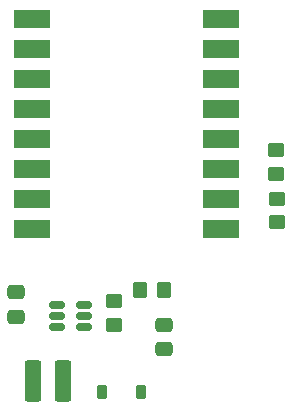
<source format=gbr>
%TF.GenerationSoftware,KiCad,Pcbnew,9.0.2*%
%TF.CreationDate,2025-08-08T22:56:01+08:00*%
%TF.ProjectId,lipo-chargable-espc3-weather-station,6c69706f-2d63-4686-9172-6761626c652d,rev?*%
%TF.SameCoordinates,Original*%
%TF.FileFunction,Paste,Top*%
%TF.FilePolarity,Positive*%
%FSLAX46Y46*%
G04 Gerber Fmt 4.6, Leading zero omitted, Abs format (unit mm)*
G04 Created by KiCad (PCBNEW 9.0.2) date 2025-08-08 22:56:01*
%MOMM*%
%LPD*%
G01*
G04 APERTURE LIST*
G04 Aperture macros list*
%AMRoundRect*
0 Rectangle with rounded corners*
0 $1 Rounding radius*
0 $2 $3 $4 $5 $6 $7 $8 $9 X,Y pos of 4 corners*
0 Add a 4 corners polygon primitive as box body*
4,1,4,$2,$3,$4,$5,$6,$7,$8,$9,$2,$3,0*
0 Add four circle primitives for the rounded corners*
1,1,$1+$1,$2,$3*
1,1,$1+$1,$4,$5*
1,1,$1+$1,$6,$7*
1,1,$1+$1,$8,$9*
0 Add four rect primitives between the rounded corners*
20,1,$1+$1,$2,$3,$4,$5,0*
20,1,$1+$1,$4,$5,$6,$7,0*
20,1,$1+$1,$6,$7,$8,$9,0*
20,1,$1+$1,$8,$9,$2,$3,0*%
G04 Aperture macros list end*
%ADD10R,3.025000X1.524000*%
%ADD11RoundRect,0.250000X0.475000X-0.337500X0.475000X0.337500X-0.475000X0.337500X-0.475000X-0.337500X0*%
%ADD12RoundRect,0.250000X-0.450000X0.350000X-0.450000X-0.350000X0.450000X-0.350000X0.450000X0.350000X0*%
%ADD13RoundRect,0.250000X0.350000X0.450000X-0.350000X0.450000X-0.350000X-0.450000X0.350000X-0.450000X0*%
%ADD14RoundRect,0.150000X0.512500X0.150000X-0.512500X0.150000X-0.512500X-0.150000X0.512500X-0.150000X0*%
%ADD15RoundRect,0.210000X-0.490000X-1.540000X0.490000X-1.540000X0.490000X1.540000X-0.490000X1.540000X0*%
%ADD16RoundRect,0.225000X0.225000X0.375000X-0.225000X0.375000X-0.225000X-0.375000X0.225000X-0.375000X0*%
G04 APERTURE END LIST*
D10*
%TO.C,U2*%
X161604200Y-101047200D03*
X161604200Y-98507200D03*
X161604200Y-95967200D03*
X161604200Y-93427200D03*
X161604200Y-88347200D03*
X161604200Y-90887200D03*
X145634200Y-83267200D03*
X161604200Y-83267200D03*
X145634200Y-85807200D03*
X145634200Y-88347200D03*
X145634200Y-90887200D03*
X145634200Y-93427200D03*
X145634200Y-95967200D03*
X145634200Y-98507200D03*
X145634200Y-101047200D03*
X161604200Y-85807200D03*
%TD*%
D11*
%TO.C,C1*%
X144221200Y-108479500D03*
X144221200Y-106404500D03*
%TD*%
D12*
%TO.C,R3*%
X166303000Y-94405002D03*
X166303000Y-96405002D03*
%TD*%
D13*
%TO.C,R1*%
X156752800Y-106222800D03*
X154752800Y-106222800D03*
%TD*%
D12*
%TO.C,R4*%
X166319200Y-98501201D03*
X166319200Y-100501201D03*
%TD*%
%TO.C,R2*%
X152552400Y-107153200D03*
X152552400Y-109153200D03*
%TD*%
D14*
%TO.C,U1*%
X149981500Y-109357200D03*
X149981500Y-108407200D03*
X149981500Y-107457200D03*
X147706500Y-107457200D03*
X147706500Y-108407200D03*
X147706500Y-109357200D03*
%TD*%
D15*
%TO.C,L1*%
X145664400Y-113893600D03*
X148264400Y-113893600D03*
%TD*%
D16*
%TO.C,D1*%
X154862800Y-114858800D03*
X151562800Y-114858800D03*
%TD*%
D11*
%TO.C,C2*%
X156819600Y-111244200D03*
X156819600Y-109169200D03*
%TD*%
M02*

</source>
